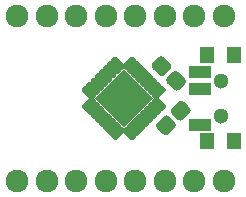
<source format=gbr>
G04 #@! TF.GenerationSoftware,KiCad,Pcbnew,5.1.6-c6e7f7d~87~ubuntu19.10.1*
G04 #@! TF.CreationDate,2020-11-06T01:06:48+01:00*
G04 #@! TF.ProjectId,board_attiny48_88,626f6172-645f-4617-9474-696e7934385f,rev?*
G04 #@! TF.SameCoordinates,Original*
G04 #@! TF.FileFunction,Soldermask,Top*
G04 #@! TF.FilePolarity,Negative*
%FSLAX46Y46*%
G04 Gerber Fmt 4.6, Leading zero omitted, Abs format (unit mm)*
G04 Created by KiCad (PCBNEW 5.1.6-c6e7f7d~87~ubuntu19.10.1) date 2020-11-06 01:06:48*
%MOMM*%
%LPD*%
G01*
G04 APERTURE LIST*
%ADD10C,0.100000*%
%ADD11C,1.924000*%
%ADD12R,1.200000X1.400000*%
%ADD13R,1.900000X1.100000*%
%ADD14C,1.300000*%
G04 APERTURE END LIST*
G36*
G01*
X80426486Y-45001579D02*
X80656296Y-45231388D01*
G75*
G02*
X80656296Y-45461198I-114905J-114905D01*
G01*
X79984544Y-46132950D01*
G75*
G02*
X79754734Y-46132950I-114905J114905D01*
G01*
X79524924Y-45903140D01*
G75*
G02*
X79524924Y-45673330I114905J114905D01*
G01*
X80196676Y-45001578D01*
G75*
G02*
X80426486Y-45001578I114905J-114905D01*
G01*
G37*
G36*
G01*
X80072932Y-44648026D02*
X80302742Y-44877835D01*
G75*
G02*
X80302742Y-45107645I-114905J-114905D01*
G01*
X79630990Y-45779397D01*
G75*
G02*
X79401180Y-45779397I-114905J114905D01*
G01*
X79171370Y-45549587D01*
G75*
G02*
X79171370Y-45319777I114905J114905D01*
G01*
X79843122Y-44648025D01*
G75*
G02*
X80072932Y-44648025I114905J-114905D01*
G01*
G37*
G36*
G01*
X79719379Y-44294472D02*
X79949189Y-44524281D01*
G75*
G02*
X79949189Y-44754091I-114905J-114905D01*
G01*
X79277437Y-45425843D01*
G75*
G02*
X79047627Y-45425843I-114905J114905D01*
G01*
X78817817Y-45196033D01*
G75*
G02*
X78817817Y-44966223I114905J114905D01*
G01*
X79489569Y-44294471D01*
G75*
G02*
X79719379Y-44294471I114905J-114905D01*
G01*
G37*
G36*
G01*
X79365825Y-43940919D02*
X79595635Y-44170728D01*
G75*
G02*
X79595635Y-44400538I-114905J-114905D01*
G01*
X78923883Y-45072290D01*
G75*
G02*
X78694073Y-45072290I-114905J114905D01*
G01*
X78464263Y-44842480D01*
G75*
G02*
X78464263Y-44612670I114905J114905D01*
G01*
X79136015Y-43940918D01*
G75*
G02*
X79365825Y-43940918I114905J-114905D01*
G01*
G37*
G36*
G01*
X79012272Y-43587366D02*
X79242082Y-43817175D01*
G75*
G02*
X79242082Y-44046985I-114905J-114905D01*
G01*
X78570330Y-44718737D01*
G75*
G02*
X78340520Y-44718737I-114905J114905D01*
G01*
X78110710Y-44488927D01*
G75*
G02*
X78110710Y-44259117I114905J114905D01*
G01*
X78782462Y-43587365D01*
G75*
G02*
X79012272Y-43587365I114905J-114905D01*
G01*
G37*
G36*
G01*
X78658719Y-43233812D02*
X78888529Y-43463621D01*
G75*
G02*
X78888529Y-43693431I-114905J-114905D01*
G01*
X78216777Y-44365183D01*
G75*
G02*
X77986967Y-44365183I-114905J114905D01*
G01*
X77757157Y-44135373D01*
G75*
G02*
X77757157Y-43905563I114905J114905D01*
G01*
X78428909Y-43233811D01*
G75*
G02*
X78658719Y-43233811I114905J-114905D01*
G01*
G37*
G36*
G01*
X78305165Y-42880259D02*
X78534975Y-43110068D01*
G75*
G02*
X78534975Y-43339878I-114905J-114905D01*
G01*
X77863223Y-44011630D01*
G75*
G02*
X77633413Y-44011630I-114905J114905D01*
G01*
X77403603Y-43781820D01*
G75*
G02*
X77403603Y-43552010I114905J114905D01*
G01*
X78075355Y-42880258D01*
G75*
G02*
X78305165Y-42880258I114905J-114905D01*
G01*
G37*
G36*
G01*
X77951612Y-42526705D02*
X78181422Y-42756514D01*
G75*
G02*
X78181422Y-42986324I-114905J-114905D01*
G01*
X77509670Y-43658076D01*
G75*
G02*
X77279860Y-43658076I-114905J114905D01*
G01*
X77050050Y-43428266D01*
G75*
G02*
X77050050Y-43198456I114905J114905D01*
G01*
X77721802Y-42526704D01*
G75*
G02*
X77951612Y-42526704I114905J-114905D01*
G01*
G37*
G36*
G01*
X76537398Y-42526705D02*
X77209150Y-43198456D01*
G75*
G02*
X77209150Y-43428266I-114905J-114905D01*
G01*
X76979340Y-43658076D01*
G75*
G02*
X76749530Y-43658076I-114905J114905D01*
G01*
X76077778Y-42986324D01*
G75*
G02*
X76077778Y-42756514I114905J114905D01*
G01*
X76307588Y-42526704D01*
G75*
G02*
X76537398Y-42526704I114905J-114905D01*
G01*
G37*
G36*
G01*
X76183845Y-42880259D02*
X76855597Y-43552010D01*
G75*
G02*
X76855597Y-43781820I-114905J-114905D01*
G01*
X76625787Y-44011630D01*
G75*
G02*
X76395977Y-44011630I-114905J114905D01*
G01*
X75724225Y-43339878D01*
G75*
G02*
X75724225Y-43110068I114905J114905D01*
G01*
X75954035Y-42880258D01*
G75*
G02*
X76183845Y-42880258I114905J-114905D01*
G01*
G37*
G36*
G01*
X75830291Y-43233812D02*
X76502043Y-43905563D01*
G75*
G02*
X76502043Y-44135373I-114905J-114905D01*
G01*
X76272233Y-44365183D01*
G75*
G02*
X76042423Y-44365183I-114905J114905D01*
G01*
X75370671Y-43693431D01*
G75*
G02*
X75370671Y-43463621I114905J114905D01*
G01*
X75600481Y-43233811D01*
G75*
G02*
X75830291Y-43233811I114905J-114905D01*
G01*
G37*
G36*
G01*
X75476738Y-43587366D02*
X76148490Y-44259117D01*
G75*
G02*
X76148490Y-44488927I-114905J-114905D01*
G01*
X75918680Y-44718737D01*
G75*
G02*
X75688870Y-44718737I-114905J114905D01*
G01*
X75017118Y-44046985D01*
G75*
G02*
X75017118Y-43817175I114905J114905D01*
G01*
X75246928Y-43587365D01*
G75*
G02*
X75476738Y-43587365I114905J-114905D01*
G01*
G37*
G36*
G01*
X75123185Y-43940919D02*
X75794937Y-44612670D01*
G75*
G02*
X75794937Y-44842480I-114905J-114905D01*
G01*
X75565127Y-45072290D01*
G75*
G02*
X75335317Y-45072290I-114905J114905D01*
G01*
X74663565Y-44400538D01*
G75*
G02*
X74663565Y-44170728I114905J114905D01*
G01*
X74893375Y-43940918D01*
G75*
G02*
X75123185Y-43940918I114905J-114905D01*
G01*
G37*
G36*
G01*
X74769631Y-44294472D02*
X75441383Y-44966223D01*
G75*
G02*
X75441383Y-45196033I-114905J-114905D01*
G01*
X75211573Y-45425843D01*
G75*
G02*
X74981763Y-45425843I-114905J114905D01*
G01*
X74310011Y-44754091D01*
G75*
G02*
X74310011Y-44524281I114905J114905D01*
G01*
X74539821Y-44294471D01*
G75*
G02*
X74769631Y-44294471I114905J-114905D01*
G01*
G37*
G36*
G01*
X74416078Y-44648026D02*
X75087830Y-45319777D01*
G75*
G02*
X75087830Y-45549587I-114905J-114905D01*
G01*
X74858020Y-45779397D01*
G75*
G02*
X74628210Y-45779397I-114905J114905D01*
G01*
X73956458Y-45107645D01*
G75*
G02*
X73956458Y-44877835I114905J114905D01*
G01*
X74186268Y-44648025D01*
G75*
G02*
X74416078Y-44648025I114905J-114905D01*
G01*
G37*
G36*
G01*
X74062524Y-45001579D02*
X74734276Y-45673330D01*
G75*
G02*
X74734276Y-45903140I-114905J-114905D01*
G01*
X74504466Y-46132950D01*
G75*
G02*
X74274656Y-46132950I-114905J114905D01*
G01*
X73602904Y-45461198D01*
G75*
G02*
X73602904Y-45231388I114905J114905D01*
G01*
X73832714Y-45001578D01*
G75*
G02*
X74062524Y-45001578I114905J-114905D01*
G01*
G37*
G36*
G01*
X74504466Y-45973851D02*
X74734276Y-46203660D01*
G75*
G02*
X74734276Y-46433470I-114905J-114905D01*
G01*
X74062524Y-47105222D01*
G75*
G02*
X73832714Y-47105222I-114905J114905D01*
G01*
X73602904Y-46875412D01*
G75*
G02*
X73602904Y-46645602I114905J114905D01*
G01*
X74274656Y-45973850D01*
G75*
G02*
X74504466Y-45973850I114905J-114905D01*
G01*
G37*
G36*
G01*
X74858020Y-46327404D02*
X75087830Y-46557213D01*
G75*
G02*
X75087830Y-46787023I-114905J-114905D01*
G01*
X74416078Y-47458775D01*
G75*
G02*
X74186268Y-47458775I-114905J114905D01*
G01*
X73956458Y-47228965D01*
G75*
G02*
X73956458Y-46999155I114905J114905D01*
G01*
X74628210Y-46327403D01*
G75*
G02*
X74858020Y-46327403I114905J-114905D01*
G01*
G37*
G36*
G01*
X75211573Y-46680958D02*
X75441383Y-46910767D01*
G75*
G02*
X75441383Y-47140577I-114905J-114905D01*
G01*
X74769631Y-47812329D01*
G75*
G02*
X74539821Y-47812329I-114905J114905D01*
G01*
X74310011Y-47582519D01*
G75*
G02*
X74310011Y-47352709I114905J114905D01*
G01*
X74981763Y-46680957D01*
G75*
G02*
X75211573Y-46680957I114905J-114905D01*
G01*
G37*
G36*
G01*
X75565127Y-47034511D02*
X75794937Y-47264320D01*
G75*
G02*
X75794937Y-47494130I-114905J-114905D01*
G01*
X75123185Y-48165882D01*
G75*
G02*
X74893375Y-48165882I-114905J114905D01*
G01*
X74663565Y-47936072D01*
G75*
G02*
X74663565Y-47706262I114905J114905D01*
G01*
X75335317Y-47034510D01*
G75*
G02*
X75565127Y-47034510I114905J-114905D01*
G01*
G37*
G36*
G01*
X75918680Y-47388064D02*
X76148490Y-47617873D01*
G75*
G02*
X76148490Y-47847683I-114905J-114905D01*
G01*
X75476738Y-48519435D01*
G75*
G02*
X75246928Y-48519435I-114905J114905D01*
G01*
X75017118Y-48289625D01*
G75*
G02*
X75017118Y-48059815I114905J114905D01*
G01*
X75688870Y-47388063D01*
G75*
G02*
X75918680Y-47388063I114905J-114905D01*
G01*
G37*
G36*
G01*
X76272233Y-47741618D02*
X76502043Y-47971427D01*
G75*
G02*
X76502043Y-48201237I-114905J-114905D01*
G01*
X75830291Y-48872989D01*
G75*
G02*
X75600481Y-48872989I-114905J114905D01*
G01*
X75370671Y-48643179D01*
G75*
G02*
X75370671Y-48413369I114905J114905D01*
G01*
X76042423Y-47741617D01*
G75*
G02*
X76272233Y-47741617I114905J-114905D01*
G01*
G37*
G36*
G01*
X76625787Y-48095171D02*
X76855597Y-48324980D01*
G75*
G02*
X76855597Y-48554790I-114905J-114905D01*
G01*
X76183845Y-49226542D01*
G75*
G02*
X75954035Y-49226542I-114905J114905D01*
G01*
X75724225Y-48996732D01*
G75*
G02*
X75724225Y-48766922I114905J114905D01*
G01*
X76395977Y-48095170D01*
G75*
G02*
X76625787Y-48095170I114905J-114905D01*
G01*
G37*
G36*
G01*
X76979340Y-48448725D02*
X77209150Y-48678534D01*
G75*
G02*
X77209150Y-48908344I-114905J-114905D01*
G01*
X76537398Y-49580096D01*
G75*
G02*
X76307588Y-49580096I-114905J114905D01*
G01*
X76077778Y-49350286D01*
G75*
G02*
X76077778Y-49120476I114905J114905D01*
G01*
X76749530Y-48448724D01*
G75*
G02*
X76979340Y-48448724I114905J-114905D01*
G01*
G37*
G36*
G01*
X77509670Y-48448725D02*
X78181422Y-49120476D01*
G75*
G02*
X78181422Y-49350286I-114905J-114905D01*
G01*
X77951612Y-49580096D01*
G75*
G02*
X77721802Y-49580096I-114905J114905D01*
G01*
X77050050Y-48908344D01*
G75*
G02*
X77050050Y-48678534I114905J114905D01*
G01*
X77279860Y-48448724D01*
G75*
G02*
X77509670Y-48448724I114905J-114905D01*
G01*
G37*
G36*
G01*
X77863223Y-48095171D02*
X78534975Y-48766922D01*
G75*
G02*
X78534975Y-48996732I-114905J-114905D01*
G01*
X78305165Y-49226542D01*
G75*
G02*
X78075355Y-49226542I-114905J114905D01*
G01*
X77403603Y-48554790D01*
G75*
G02*
X77403603Y-48324980I114905J114905D01*
G01*
X77633413Y-48095170D01*
G75*
G02*
X77863223Y-48095170I114905J-114905D01*
G01*
G37*
G36*
G01*
X78216777Y-47741618D02*
X78888529Y-48413369D01*
G75*
G02*
X78888529Y-48643179I-114905J-114905D01*
G01*
X78658719Y-48872989D01*
G75*
G02*
X78428909Y-48872989I-114905J114905D01*
G01*
X77757157Y-48201237D01*
G75*
G02*
X77757157Y-47971427I114905J114905D01*
G01*
X77986967Y-47741617D01*
G75*
G02*
X78216777Y-47741617I114905J-114905D01*
G01*
G37*
G36*
G01*
X78570330Y-47388064D02*
X79242082Y-48059815D01*
G75*
G02*
X79242082Y-48289625I-114905J-114905D01*
G01*
X79012272Y-48519435D01*
G75*
G02*
X78782462Y-48519435I-114905J114905D01*
G01*
X78110710Y-47847683D01*
G75*
G02*
X78110710Y-47617873I114905J114905D01*
G01*
X78340520Y-47388063D01*
G75*
G02*
X78570330Y-47388063I114905J-114905D01*
G01*
G37*
G36*
G01*
X78923883Y-47034511D02*
X79595635Y-47706262D01*
G75*
G02*
X79595635Y-47936072I-114905J-114905D01*
G01*
X79365825Y-48165882D01*
G75*
G02*
X79136015Y-48165882I-114905J114905D01*
G01*
X78464263Y-47494130D01*
G75*
G02*
X78464263Y-47264320I114905J114905D01*
G01*
X78694073Y-47034510D01*
G75*
G02*
X78923883Y-47034510I114905J-114905D01*
G01*
G37*
G36*
G01*
X79277437Y-46680958D02*
X79949189Y-47352709D01*
G75*
G02*
X79949189Y-47582519I-114905J-114905D01*
G01*
X79719379Y-47812329D01*
G75*
G02*
X79489569Y-47812329I-114905J114905D01*
G01*
X78817817Y-47140577D01*
G75*
G02*
X78817817Y-46910767I114905J114905D01*
G01*
X79047627Y-46680957D01*
G75*
G02*
X79277437Y-46680957I114905J-114905D01*
G01*
G37*
G36*
G01*
X79630990Y-46327404D02*
X80302742Y-46999155D01*
G75*
G02*
X80302742Y-47228965I-114905J-114905D01*
G01*
X80072932Y-47458775D01*
G75*
G02*
X79843122Y-47458775I-114905J114905D01*
G01*
X79171370Y-46787023D01*
G75*
G02*
X79171370Y-46557213I114905J114905D01*
G01*
X79401180Y-46327403D01*
G75*
G02*
X79630990Y-46327403I114905J-114905D01*
G01*
G37*
G36*
G01*
X79984544Y-45973851D02*
X80656296Y-46645602D01*
G75*
G02*
X80656296Y-46875412I-114905J-114905D01*
G01*
X80426486Y-47105222D01*
G75*
G02*
X80196676Y-47105222I-114905J114905D01*
G01*
X79524924Y-46433470D01*
G75*
G02*
X79524924Y-46203660I114905J114905D01*
G01*
X79754734Y-45973850D01*
G75*
G02*
X79984544Y-45973850I114905J-114905D01*
G01*
G37*
D10*
G36*
X77129600Y-43578526D02*
G01*
X79604474Y-46053400D01*
X77129600Y-48528274D01*
X74654726Y-46053400D01*
X77129600Y-43578526D01*
G37*
G36*
G01*
X80418160Y-49092137D02*
X79940863Y-48614840D01*
G75*
G02*
X79940863Y-48137542I238649J238649D01*
G01*
X80488870Y-47589535D01*
G75*
G02*
X80966168Y-47589535I238649J-238649D01*
G01*
X81443465Y-48066832D01*
G75*
G02*
X81443465Y-48544130I-238649J-238649D01*
G01*
X80895458Y-49092137D01*
G75*
G02*
X80418160Y-49092137I-238649J238649D01*
G01*
G37*
G36*
G01*
X81655596Y-47854701D02*
X81178299Y-47377404D01*
G75*
G02*
X81178299Y-46900106I238649J238649D01*
G01*
X81726306Y-46352099D01*
G75*
G02*
X82203604Y-46352099I238649J-238649D01*
G01*
X82680901Y-46829396D01*
G75*
G02*
X82680901Y-47306694I-238649J-238649D01*
G01*
X82132894Y-47854701D01*
G75*
G02*
X81655596Y-47854701I-238649J238649D01*
G01*
G37*
D11*
X68097700Y-39050200D03*
X70597700Y-39050200D03*
X73097700Y-39050200D03*
X75597700Y-39050200D03*
X78097700Y-39050200D03*
X80597700Y-39050200D03*
X83097700Y-39050200D03*
X85597700Y-39050200D03*
X85597700Y-53050200D03*
X83097700Y-53050200D03*
X80597700Y-53050200D03*
X78097700Y-53050200D03*
X75597700Y-53050200D03*
X73097700Y-53050200D03*
X70597700Y-53050200D03*
X68097700Y-53050200D03*
D12*
X84199600Y-49703400D03*
X84199600Y-42403400D03*
X86409600Y-42403400D03*
X86409600Y-49703400D03*
D13*
X83549600Y-43803400D03*
X83549600Y-45303400D03*
X83549600Y-48303400D03*
D14*
X85309600Y-44553400D03*
X85309600Y-47553400D03*
G36*
G01*
X82299619Y-44846122D02*
X81822322Y-45323419D01*
G75*
G02*
X81345024Y-45323419I-238649J238649D01*
G01*
X80797017Y-44775412D01*
G75*
G02*
X80797017Y-44298114I238649J238649D01*
G01*
X81274314Y-43820817D01*
G75*
G02*
X81751612Y-43820817I238649J-238649D01*
G01*
X82299619Y-44368824D01*
G75*
G02*
X82299619Y-44846122I-238649J-238649D01*
G01*
G37*
G36*
G01*
X81062183Y-43608686D02*
X80584886Y-44085983D01*
G75*
G02*
X80107588Y-44085983I-238649J238649D01*
G01*
X79559581Y-43537976D01*
G75*
G02*
X79559581Y-43060678I238649J238649D01*
G01*
X80036878Y-42583381D01*
G75*
G02*
X80514176Y-42583381I238649J-238649D01*
G01*
X81062183Y-43131388D01*
G75*
G02*
X81062183Y-43608686I-238649J-238649D01*
G01*
G37*
M02*

</source>
